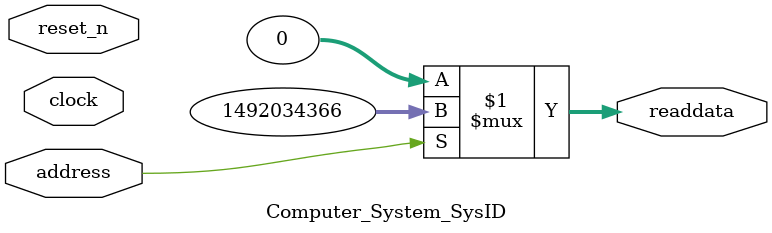
<source format=v>



// synthesis translate_off
`timescale 1ns / 1ps
// synthesis translate_on

// turn off superfluous verilog processor warnings 
// altera message_level Level1 
// altera message_off 10034 10035 10036 10037 10230 10240 10030 

module Computer_System_SysID (
               // inputs:
                address,
                clock,
                reset_n,

               // outputs:
                readdata
             )
;

  output  [ 31: 0] readdata;
  input            address;
  input            clock;
  input            reset_n;

  wire    [ 31: 0] readdata;
  //control_slave, which is an e_avalon_slave
  assign readdata = address ? 1492034366 : 0;

endmodule



</source>
